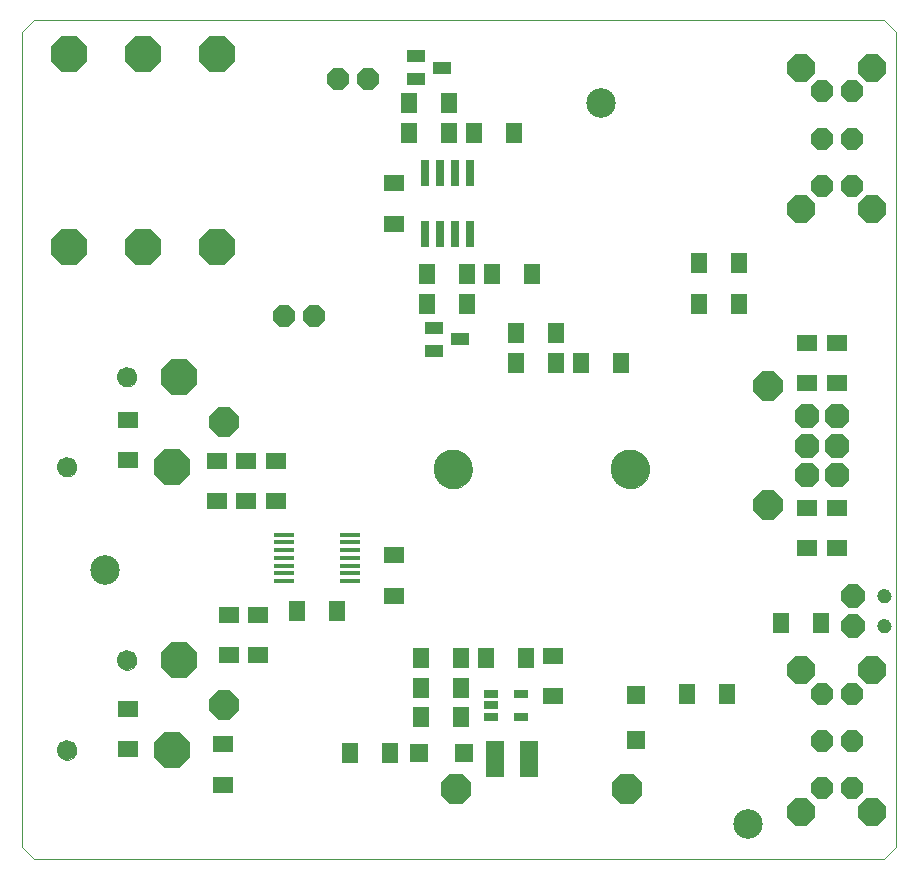
<source format=gbs>
G75*
G70*
%OFA0B0*%
%FSLAX24Y24*%
%IPPOS*%
%LPD*%
%AMOC8*
5,1,8,0,0,1.08239X$1,22.5*
%
%ADD10C,0.0000*%
%ADD11C,0.0670*%
%ADD12OC8,0.1221*%
%ADD13OC8,0.0985*%
%ADD14R,0.0670X0.0178*%
%ADD15R,0.0709X0.0532*%
%ADD16R,0.0532X0.0709*%
%ADD17C,0.1300*%
%ADD18OC8,0.1024*%
%ADD19OC8,0.0827*%
%ADD20R,0.0276X0.0906*%
%ADD21R,0.0591X0.0434*%
%ADD22OC8,0.0749*%
%ADD23OC8,0.0906*%
%ADD24R,0.0611X0.1221*%
%ADD25R,0.0512X0.0257*%
%ADD26R,0.0591X0.0591*%
%ADD27OC8,0.0788*%
%ADD28C,0.0473*%
%ADD29OC8,0.0740*%
%ADD30C,0.0984*%
D10*
X003683Y003275D02*
X004076Y002881D01*
X032423Y002881D01*
X032817Y003275D01*
X032817Y030441D01*
X032423Y030834D01*
X004076Y030834D01*
X003683Y030441D01*
X003683Y003275D01*
X004868Y006500D02*
X004870Y006535D01*
X004876Y006570D01*
X004886Y006604D01*
X004899Y006637D01*
X004916Y006668D01*
X004937Y006696D01*
X004960Y006723D01*
X004987Y006746D01*
X005015Y006767D01*
X005046Y006784D01*
X005079Y006797D01*
X005113Y006807D01*
X005148Y006813D01*
X005183Y006815D01*
X005218Y006813D01*
X005253Y006807D01*
X005287Y006797D01*
X005320Y006784D01*
X005351Y006767D01*
X005379Y006746D01*
X005406Y006723D01*
X005429Y006696D01*
X005450Y006668D01*
X005467Y006637D01*
X005480Y006604D01*
X005490Y006570D01*
X005496Y006535D01*
X005498Y006500D01*
X005496Y006465D01*
X005490Y006430D01*
X005480Y006396D01*
X005467Y006363D01*
X005450Y006332D01*
X005429Y006304D01*
X005406Y006277D01*
X005379Y006254D01*
X005351Y006233D01*
X005320Y006216D01*
X005287Y006203D01*
X005253Y006193D01*
X005218Y006187D01*
X005183Y006185D01*
X005148Y006187D01*
X005113Y006193D01*
X005079Y006203D01*
X005046Y006216D01*
X005015Y006233D01*
X004987Y006254D01*
X004960Y006277D01*
X004937Y006304D01*
X004916Y006332D01*
X004899Y006363D01*
X004886Y006396D01*
X004876Y006430D01*
X004870Y006465D01*
X004868Y006500D01*
X006868Y009500D02*
X006870Y009535D01*
X006876Y009570D01*
X006886Y009604D01*
X006899Y009637D01*
X006916Y009668D01*
X006937Y009696D01*
X006960Y009723D01*
X006987Y009746D01*
X007015Y009767D01*
X007046Y009784D01*
X007079Y009797D01*
X007113Y009807D01*
X007148Y009813D01*
X007183Y009815D01*
X007218Y009813D01*
X007253Y009807D01*
X007287Y009797D01*
X007320Y009784D01*
X007351Y009767D01*
X007379Y009746D01*
X007406Y009723D01*
X007429Y009696D01*
X007450Y009668D01*
X007467Y009637D01*
X007480Y009604D01*
X007490Y009570D01*
X007496Y009535D01*
X007498Y009500D01*
X007496Y009465D01*
X007490Y009430D01*
X007480Y009396D01*
X007467Y009363D01*
X007450Y009332D01*
X007429Y009304D01*
X007406Y009277D01*
X007379Y009254D01*
X007351Y009233D01*
X007320Y009216D01*
X007287Y009203D01*
X007253Y009193D01*
X007218Y009187D01*
X007183Y009185D01*
X007148Y009187D01*
X007113Y009193D01*
X007079Y009203D01*
X007046Y009216D01*
X007015Y009233D01*
X006987Y009254D01*
X006960Y009277D01*
X006937Y009304D01*
X006916Y009332D01*
X006899Y009363D01*
X006886Y009396D01*
X006876Y009430D01*
X006870Y009465D01*
X006868Y009500D01*
X004868Y015948D02*
X004870Y015983D01*
X004876Y016018D01*
X004886Y016052D01*
X004899Y016085D01*
X004916Y016116D01*
X004937Y016144D01*
X004960Y016171D01*
X004987Y016194D01*
X005015Y016215D01*
X005046Y016232D01*
X005079Y016245D01*
X005113Y016255D01*
X005148Y016261D01*
X005183Y016263D01*
X005218Y016261D01*
X005253Y016255D01*
X005287Y016245D01*
X005320Y016232D01*
X005351Y016215D01*
X005379Y016194D01*
X005406Y016171D01*
X005429Y016144D01*
X005450Y016116D01*
X005467Y016085D01*
X005480Y016052D01*
X005490Y016018D01*
X005496Y015983D01*
X005498Y015948D01*
X005496Y015913D01*
X005490Y015878D01*
X005480Y015844D01*
X005467Y015811D01*
X005450Y015780D01*
X005429Y015752D01*
X005406Y015725D01*
X005379Y015702D01*
X005351Y015681D01*
X005320Y015664D01*
X005287Y015651D01*
X005253Y015641D01*
X005218Y015635D01*
X005183Y015633D01*
X005148Y015635D01*
X005113Y015641D01*
X005079Y015651D01*
X005046Y015664D01*
X005015Y015681D01*
X004987Y015702D01*
X004960Y015725D01*
X004937Y015752D01*
X004916Y015780D01*
X004899Y015811D01*
X004886Y015844D01*
X004876Y015878D01*
X004870Y015913D01*
X004868Y015948D01*
X006868Y018948D02*
X006870Y018983D01*
X006876Y019018D01*
X006886Y019052D01*
X006899Y019085D01*
X006916Y019116D01*
X006937Y019144D01*
X006960Y019171D01*
X006987Y019194D01*
X007015Y019215D01*
X007046Y019232D01*
X007079Y019245D01*
X007113Y019255D01*
X007148Y019261D01*
X007183Y019263D01*
X007218Y019261D01*
X007253Y019255D01*
X007287Y019245D01*
X007320Y019232D01*
X007351Y019215D01*
X007379Y019194D01*
X007406Y019171D01*
X007429Y019144D01*
X007450Y019116D01*
X007467Y019085D01*
X007480Y019052D01*
X007490Y019018D01*
X007496Y018983D01*
X007498Y018948D01*
X007496Y018913D01*
X007490Y018878D01*
X007480Y018844D01*
X007467Y018811D01*
X007450Y018780D01*
X007429Y018752D01*
X007406Y018725D01*
X007379Y018702D01*
X007351Y018681D01*
X007320Y018664D01*
X007287Y018651D01*
X007253Y018641D01*
X007218Y018635D01*
X007183Y018633D01*
X007148Y018635D01*
X007113Y018641D01*
X007079Y018651D01*
X007046Y018664D01*
X007015Y018681D01*
X006987Y018702D01*
X006960Y018725D01*
X006937Y018752D01*
X006916Y018780D01*
X006899Y018811D01*
X006886Y018844D01*
X006876Y018878D01*
X006870Y018913D01*
X006868Y018948D01*
X017423Y015874D02*
X017425Y015924D01*
X017431Y015974D01*
X017441Y016023D01*
X017455Y016071D01*
X017472Y016118D01*
X017493Y016163D01*
X017518Y016207D01*
X017546Y016248D01*
X017578Y016287D01*
X017612Y016324D01*
X017649Y016358D01*
X017689Y016388D01*
X017731Y016415D01*
X017775Y016439D01*
X017821Y016460D01*
X017868Y016476D01*
X017916Y016489D01*
X017966Y016498D01*
X018015Y016503D01*
X018066Y016504D01*
X018116Y016501D01*
X018165Y016494D01*
X018214Y016483D01*
X018262Y016468D01*
X018308Y016450D01*
X018353Y016428D01*
X018396Y016402D01*
X018437Y016373D01*
X018476Y016341D01*
X018512Y016306D01*
X018544Y016268D01*
X018574Y016228D01*
X018601Y016185D01*
X018624Y016141D01*
X018643Y016095D01*
X018659Y016047D01*
X018671Y015998D01*
X018679Y015949D01*
X018683Y015899D01*
X018683Y015849D01*
X018679Y015799D01*
X018671Y015750D01*
X018659Y015701D01*
X018643Y015653D01*
X018624Y015607D01*
X018601Y015563D01*
X018574Y015520D01*
X018544Y015480D01*
X018512Y015442D01*
X018476Y015407D01*
X018437Y015375D01*
X018396Y015346D01*
X018353Y015320D01*
X018308Y015298D01*
X018262Y015280D01*
X018214Y015265D01*
X018165Y015254D01*
X018116Y015247D01*
X018066Y015244D01*
X018015Y015245D01*
X017966Y015250D01*
X017916Y015259D01*
X017868Y015272D01*
X017821Y015288D01*
X017775Y015309D01*
X017731Y015333D01*
X017689Y015360D01*
X017649Y015390D01*
X017612Y015424D01*
X017578Y015461D01*
X017546Y015500D01*
X017518Y015541D01*
X017493Y015585D01*
X017472Y015630D01*
X017455Y015677D01*
X017441Y015725D01*
X017431Y015774D01*
X017425Y015824D01*
X017423Y015874D01*
X023328Y015874D02*
X023330Y015924D01*
X023336Y015974D01*
X023346Y016023D01*
X023360Y016071D01*
X023377Y016118D01*
X023398Y016163D01*
X023423Y016207D01*
X023451Y016248D01*
X023483Y016287D01*
X023517Y016324D01*
X023554Y016358D01*
X023594Y016388D01*
X023636Y016415D01*
X023680Y016439D01*
X023726Y016460D01*
X023773Y016476D01*
X023821Y016489D01*
X023871Y016498D01*
X023920Y016503D01*
X023971Y016504D01*
X024021Y016501D01*
X024070Y016494D01*
X024119Y016483D01*
X024167Y016468D01*
X024213Y016450D01*
X024258Y016428D01*
X024301Y016402D01*
X024342Y016373D01*
X024381Y016341D01*
X024417Y016306D01*
X024449Y016268D01*
X024479Y016228D01*
X024506Y016185D01*
X024529Y016141D01*
X024548Y016095D01*
X024564Y016047D01*
X024576Y015998D01*
X024584Y015949D01*
X024588Y015899D01*
X024588Y015849D01*
X024584Y015799D01*
X024576Y015750D01*
X024564Y015701D01*
X024548Y015653D01*
X024529Y015607D01*
X024506Y015563D01*
X024479Y015520D01*
X024449Y015480D01*
X024417Y015442D01*
X024381Y015407D01*
X024342Y015375D01*
X024301Y015346D01*
X024258Y015320D01*
X024213Y015298D01*
X024167Y015280D01*
X024119Y015265D01*
X024070Y015254D01*
X024021Y015247D01*
X023971Y015244D01*
X023920Y015245D01*
X023871Y015250D01*
X023821Y015259D01*
X023773Y015272D01*
X023726Y015288D01*
X023680Y015309D01*
X023636Y015333D01*
X023594Y015360D01*
X023554Y015390D01*
X023517Y015424D01*
X023483Y015461D01*
X023451Y015500D01*
X023423Y015541D01*
X023398Y015585D01*
X023377Y015630D01*
X023360Y015677D01*
X023346Y015725D01*
X023336Y015774D01*
X023330Y015824D01*
X023328Y015874D01*
X032206Y011649D02*
X032208Y011678D01*
X032214Y011706D01*
X032223Y011734D01*
X032236Y011760D01*
X032253Y011783D01*
X032272Y011805D01*
X032294Y011824D01*
X032319Y011839D01*
X032345Y011852D01*
X032373Y011860D01*
X032401Y011865D01*
X032430Y011866D01*
X032459Y011863D01*
X032487Y011856D01*
X032514Y011846D01*
X032540Y011832D01*
X032563Y011815D01*
X032584Y011795D01*
X032602Y011772D01*
X032617Y011747D01*
X032628Y011720D01*
X032636Y011692D01*
X032640Y011663D01*
X032640Y011635D01*
X032636Y011606D01*
X032628Y011578D01*
X032617Y011551D01*
X032602Y011526D01*
X032584Y011503D01*
X032563Y011483D01*
X032540Y011466D01*
X032514Y011452D01*
X032487Y011442D01*
X032459Y011435D01*
X032430Y011432D01*
X032401Y011433D01*
X032373Y011438D01*
X032345Y011446D01*
X032319Y011459D01*
X032294Y011474D01*
X032272Y011493D01*
X032253Y011515D01*
X032236Y011538D01*
X032223Y011564D01*
X032214Y011592D01*
X032208Y011620D01*
X032206Y011649D01*
X032206Y010649D02*
X032208Y010678D01*
X032214Y010706D01*
X032223Y010734D01*
X032236Y010760D01*
X032253Y010783D01*
X032272Y010805D01*
X032294Y010824D01*
X032319Y010839D01*
X032345Y010852D01*
X032373Y010860D01*
X032401Y010865D01*
X032430Y010866D01*
X032459Y010863D01*
X032487Y010856D01*
X032514Y010846D01*
X032540Y010832D01*
X032563Y010815D01*
X032584Y010795D01*
X032602Y010772D01*
X032617Y010747D01*
X032628Y010720D01*
X032636Y010692D01*
X032640Y010663D01*
X032640Y010635D01*
X032636Y010606D01*
X032628Y010578D01*
X032617Y010551D01*
X032602Y010526D01*
X032584Y010503D01*
X032563Y010483D01*
X032540Y010466D01*
X032514Y010452D01*
X032487Y010442D01*
X032459Y010435D01*
X032430Y010432D01*
X032401Y010433D01*
X032373Y010438D01*
X032345Y010446D01*
X032319Y010459D01*
X032294Y010474D01*
X032272Y010493D01*
X032253Y010515D01*
X032236Y010538D01*
X032223Y010564D01*
X032214Y010592D01*
X032208Y010620D01*
X032206Y010649D01*
D11*
X007183Y009500D03*
X005183Y006500D03*
X005183Y015948D03*
X007183Y018948D03*
D12*
X008933Y018948D03*
X008683Y015948D03*
X008933Y009500D03*
X008683Y006500D03*
X007718Y023295D03*
X010179Y023295D03*
X005257Y023295D03*
X005257Y029712D03*
X007718Y029712D03*
X010179Y029712D03*
D13*
X010433Y017448D03*
X010433Y008000D03*
X028565Y014673D03*
X028565Y018649D03*
D14*
X014628Y013689D03*
X014628Y013433D03*
X014628Y013177D03*
X014628Y012921D03*
X014628Y012665D03*
X014628Y012409D03*
X014628Y012153D03*
X012423Y012153D03*
X012423Y012409D03*
X012423Y012665D03*
X012423Y012921D03*
X012423Y013177D03*
X012423Y013433D03*
X012423Y013689D03*
D15*
X012147Y014811D03*
X011163Y014811D03*
X010179Y014811D03*
X010179Y016149D03*
X011163Y016149D03*
X012147Y016149D03*
X016084Y013000D03*
X016084Y011661D03*
X011557Y011031D03*
X010572Y011031D03*
X010572Y009693D03*
X011557Y009693D03*
X010376Y006700D03*
X010376Y005362D03*
X007226Y006543D03*
X007226Y007881D03*
X007226Y016189D03*
X007226Y017527D03*
X016084Y024063D03*
X016084Y025401D03*
X029864Y020086D03*
X030848Y020086D03*
X030848Y018748D03*
X029864Y018748D03*
X029864Y014574D03*
X030848Y014574D03*
X030848Y013236D03*
X029864Y013236D03*
X021399Y009653D03*
X021399Y008315D03*
D16*
X020494Y009574D03*
X019155Y009574D03*
X018328Y009574D03*
X018328Y008590D03*
X018328Y007606D03*
X016990Y007606D03*
X016990Y008590D03*
X016990Y009574D03*
X014194Y011149D03*
X012856Y011149D03*
X014628Y006425D03*
X015966Y006425D03*
X025848Y008393D03*
X027187Y008393D03*
X028998Y010756D03*
X030336Y010756D03*
X023643Y019417D03*
X022305Y019417D03*
X021478Y019417D03*
X021478Y020401D03*
X020139Y020401D03*
X020139Y019417D03*
X018525Y021385D03*
X018525Y022370D03*
X019352Y022370D03*
X020691Y022370D03*
X017187Y022370D03*
X017187Y021385D03*
X016596Y027094D03*
X016596Y028078D03*
X017935Y028078D03*
X017935Y027094D03*
X018761Y027094D03*
X020100Y027094D03*
X026242Y022763D03*
X027580Y022763D03*
X027580Y021385D03*
X026242Y021385D03*
D17*
X023958Y015874D03*
X018053Y015874D03*
D18*
X018151Y005204D03*
X023860Y005204D03*
D19*
X029864Y015677D03*
X029864Y016661D03*
X029864Y017645D03*
X030848Y017645D03*
X030848Y016661D03*
X030848Y015677D03*
D20*
X018606Y023708D03*
X018106Y023708D03*
X017606Y023708D03*
X017106Y023708D03*
X017106Y025756D03*
X017606Y025756D03*
X018106Y025756D03*
X018606Y025756D03*
D21*
X016832Y028885D03*
X016832Y029633D03*
X017698Y029259D03*
X017423Y020578D03*
X017423Y019830D03*
X018289Y020204D03*
D22*
X030356Y025322D03*
X031340Y025322D03*
X031340Y026897D03*
X030356Y026897D03*
X030356Y028472D03*
X031340Y028472D03*
X031340Y008393D03*
X030356Y008393D03*
X030356Y006819D03*
X031340Y006819D03*
X031340Y005244D03*
X030356Y005244D03*
D23*
X029667Y004456D03*
X032029Y004456D03*
X032029Y009181D03*
X029667Y009181D03*
X029667Y024535D03*
X032029Y024535D03*
X032029Y029259D03*
X029667Y029259D03*
D24*
X020602Y006228D03*
X019441Y006228D03*
D25*
X019313Y007626D03*
X019313Y008000D03*
X019313Y008374D03*
X020336Y008374D03*
X020336Y007626D03*
D26*
X018407Y006425D03*
X016911Y006425D03*
X024155Y006858D03*
X024155Y008354D03*
D27*
X031399Y010649D03*
X031399Y011649D03*
D28*
X032423Y011649D03*
X032423Y010649D03*
D29*
X013435Y020992D03*
X012435Y020992D03*
X014206Y028866D03*
X015206Y028866D03*
D30*
X022974Y028078D03*
X006439Y012527D03*
X027895Y004063D03*
M02*

</source>
